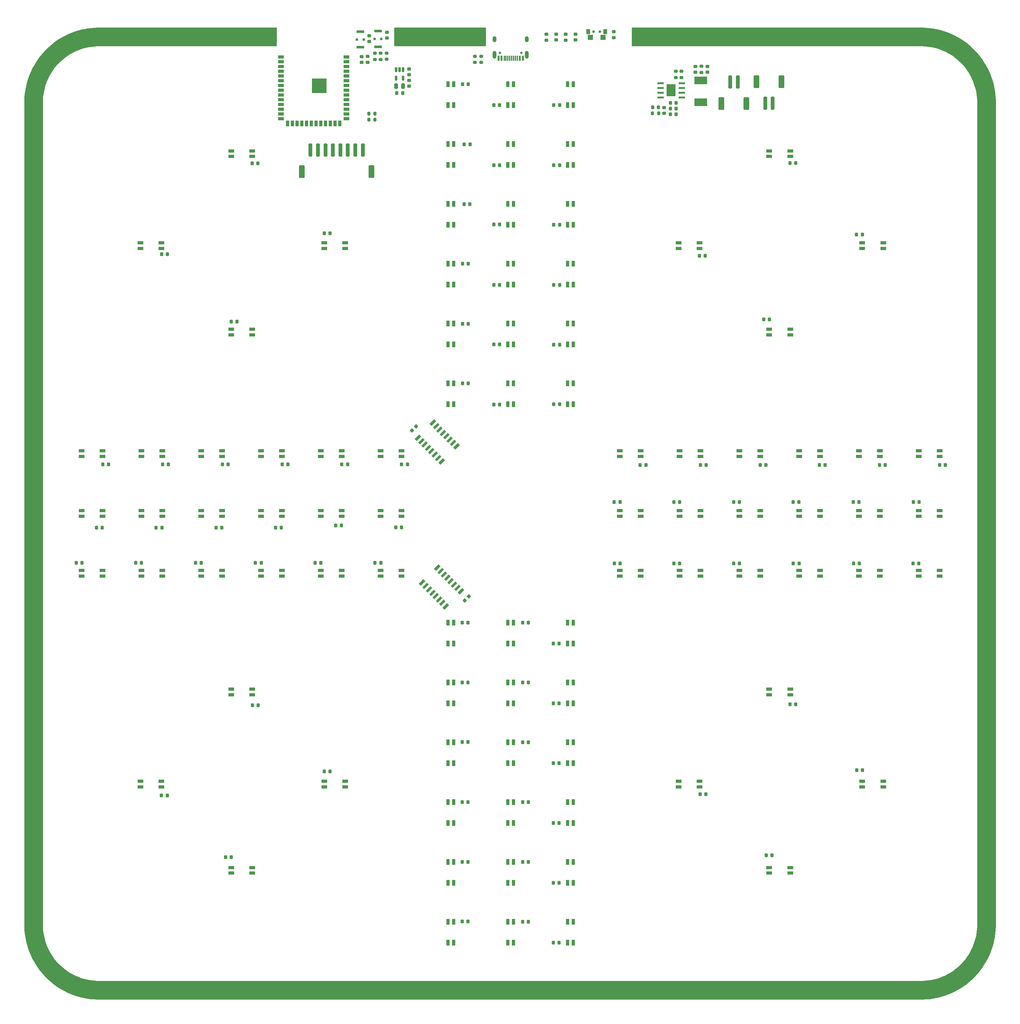
<source format=gbs>
G04 #@! TF.GenerationSoftware,KiCad,Pcbnew,8.0.1*
G04 #@! TF.CreationDate,2024-08-27T15:58:47+05:30*
G04 #@! TF.ProjectId,Ludo,4c75646f-2e6b-4696-9361-645f70636258,rev?*
G04 #@! TF.SameCoordinates,Original*
G04 #@! TF.FileFunction,Soldermask,Bot*
G04 #@! TF.FilePolarity,Negative*
%FSLAX46Y46*%
G04 Gerber Fmt 4.6, Leading zero omitted, Abs format (unit mm)*
G04 Created by KiCad (PCBNEW 8.0.1) date 2024-08-27 15:58:47*
%MOMM*%
%LPD*%
G01*
G04 APERTURE LIST*
G04 Aperture macros list*
%AMRoundRect*
0 Rectangle with rounded corners*
0 $1 Rounding radius*
0 $2 $3 $4 $5 $6 $7 $8 $9 X,Y pos of 4 corners*
0 Add a 4 corners polygon primitive as box body*
4,1,4,$2,$3,$4,$5,$6,$7,$8,$9,$2,$3,0*
0 Add four circle primitives for the rounded corners*
1,1,$1+$1,$2,$3*
1,1,$1+$1,$4,$5*
1,1,$1+$1,$6,$7*
1,1,$1+$1,$8,$9*
0 Add four rect primitives between the rounded corners*
20,1,$1+$1,$2,$3,$4,$5,0*
20,1,$1+$1,$4,$5,$6,$7,0*
20,1,$1+$1,$6,$7,$8,$9,0*
20,1,$1+$1,$8,$9,$2,$3,0*%
%AMRotRect*
0 Rectangle, with rotation*
0 The origin of the aperture is its center*
0 $1 length*
0 $2 width*
0 $3 Rotation angle, in degrees counterclockwise*
0 Add horizontal line*
21,1,$1,$2,0,0,$3*%
G04 Aperture macros list end*
%ADD10C,0.000000*%
%ADD11RoundRect,0.225000X-0.225000X-0.250000X0.225000X-0.250000X0.225000X0.250000X-0.225000X0.250000X0*%
%ADD12RoundRect,0.225000X0.225000X0.250000X-0.225000X0.250000X-0.225000X-0.250000X0.225000X-0.250000X0*%
%ADD13RoundRect,0.050800X0.410000X0.750000X-0.410000X0.750000X-0.410000X-0.750000X0.410000X-0.750000X0*%
%ADD14RoundRect,0.050800X0.750000X-0.410000X0.750000X0.410000X-0.750000X0.410000X-0.750000X-0.410000X0*%
%ADD15RoundRect,0.050800X-0.750000X0.410000X-0.750000X-0.410000X0.750000X-0.410000X0.750000X0.410000X0*%
%ADD16RoundRect,0.200000X-0.275000X0.200000X-0.275000X-0.200000X0.275000X-0.200000X0.275000X0.200000X0*%
%ADD17RoundRect,0.050800X-0.410000X-0.750000X0.410000X-0.750000X0.410000X0.750000X-0.410000X0.750000X0*%
%ADD18C,0.750000*%
%ADD19R,2.000000X0.800000*%
%ADD20R,3.400000X2.150000*%
%ADD21RoundRect,0.225000X0.250000X-0.225000X0.250000X0.225000X-0.250000X0.225000X-0.250000X-0.225000X0*%
%ADD22RoundRect,0.225000X0.017678X-0.335876X0.335876X-0.017678X-0.017678X0.335876X-0.335876X0.017678X0*%
%ADD23RoundRect,0.200000X-0.200000X-0.275000X0.200000X-0.275000X0.200000X0.275000X-0.200000X0.275000X0*%
%ADD24RoundRect,0.250000X-0.250000X-0.475000X0.250000X-0.475000X0.250000X0.475000X-0.250000X0.475000X0*%
%ADD25RotRect,0.800000X1.750000X315.000000*%
%ADD26RotRect,0.700000X1.750000X315.000000*%
%ADD27C,0.650000*%
%ADD28R,0.600000X1.450000*%
%ADD29R,0.300000X1.450000*%
%ADD30O,1.000000X1.600000*%
%ADD31O,1.000000X2.100000*%
%ADD32RoundRect,0.250000X0.250000X1.500000X-0.250000X1.500000X-0.250000X-1.500000X0.250000X-1.500000X0*%
%ADD33RoundRect,0.250001X0.499999X1.449999X-0.499999X1.449999X-0.499999X-1.449999X0.499999X-1.449999X0*%
%ADD34RoundRect,0.225000X-0.250000X0.225000X-0.250000X-0.225000X0.250000X-0.225000X0.250000X0.225000X0*%
%ADD35R,1.750000X0.600000*%
%ADD36R,2.410000X3.300000*%
%ADD37RoundRect,0.218750X-0.256250X0.218750X-0.256250X-0.218750X0.256250X-0.218750X0.256250X0.218750X0*%
%ADD38RoundRect,0.250000X-0.250000X-1.500000X0.250000X-1.500000X0.250000X1.500000X-0.250000X1.500000X0*%
%ADD39RoundRect,0.250001X-0.499999X-1.449999X0.499999X-1.449999X0.499999X1.449999X-0.499999X1.449999X0*%
%ADD40RoundRect,0.218750X0.256250X-0.218750X0.256250X0.218750X-0.256250X0.218750X-0.256250X-0.218750X0*%
%ADD41RotRect,0.800000X1.750000X135.000000*%
%ADD42RotRect,0.700000X1.750000X135.000000*%
%ADD43RoundRect,0.200000X0.275000X-0.200000X0.275000X0.200000X-0.275000X0.200000X-0.275000X-0.200000X0*%
%ADD44C,0.700000*%
%ADD45RoundRect,0.050800X-0.600000X-0.650000X0.600000X-0.650000X0.600000X0.650000X-0.600000X0.650000X0*%
%ADD46RoundRect,0.050800X0.450000X0.600000X-0.450000X0.600000X-0.450000X-0.600000X0.450000X-0.600000X0*%
%ADD47RoundRect,0.050800X-0.450000X-0.600000X0.450000X-0.600000X0.450000X0.600000X-0.450000X0.600000X0*%
%ADD48RoundRect,0.225000X-0.017678X0.335876X-0.335876X0.017678X0.017678X-0.335876X0.335876X-0.017678X0*%
%ADD49R,1.500000X0.900000*%
%ADD50R,0.900000X1.500000*%
%ADD51C,0.600000*%
%ADD52R,3.900000X3.900000*%
%ADD53RoundRect,0.150000X-0.150000X0.512500X-0.150000X-0.512500X0.150000X-0.512500X0.150000X0.512500X0*%
G04 APERTURE END LIST*
D10*
G36*
X265062380Y-18784220D02*
G01*
X265511199Y-18786701D01*
X266407932Y-18826974D01*
X267301956Y-18907437D01*
X268191469Y-19027930D01*
X269074681Y-19188209D01*
X269949812Y-19387952D01*
X270815101Y-19626757D01*
X271668805Y-19904142D01*
X272509204Y-20219549D01*
X273334607Y-20572343D01*
X274143350Y-20961813D01*
X274933805Y-21387175D01*
X275704381Y-21847573D01*
X276453525Y-22342078D01*
X277179729Y-22869696D01*
X277881530Y-23429364D01*
X278557515Y-24019954D01*
X279206322Y-24640278D01*
X279826646Y-25289085D01*
X280417236Y-25965070D01*
X280976904Y-26666871D01*
X281504522Y-27393075D01*
X281999027Y-28142219D01*
X282459425Y-28912795D01*
X282884787Y-29703250D01*
X283274257Y-30511993D01*
X283627051Y-31337396D01*
X283942458Y-32177795D01*
X284219843Y-33031499D01*
X284458648Y-33896788D01*
X284658391Y-34771919D01*
X284818670Y-35655131D01*
X284939163Y-36544644D01*
X285019626Y-37438668D01*
X285059899Y-38335401D01*
X285062380Y-38784220D01*
X285062380Y-258784220D01*
X285059899Y-259233039D01*
X285019626Y-260129772D01*
X284939163Y-261023796D01*
X284818670Y-261913309D01*
X284658391Y-262796521D01*
X284458648Y-263671652D01*
X284219843Y-264536941D01*
X283942458Y-265390645D01*
X283627051Y-266231044D01*
X283274257Y-267056447D01*
X282884787Y-267865190D01*
X282459425Y-268655645D01*
X281999027Y-269426221D01*
X281504522Y-270175365D01*
X280976904Y-270901569D01*
X280417236Y-271603370D01*
X279826646Y-272279355D01*
X279206322Y-272928162D01*
X278557515Y-273548486D01*
X277881530Y-274139076D01*
X277179729Y-274698744D01*
X276453525Y-275226362D01*
X275704381Y-275720867D01*
X274933805Y-276181265D01*
X274143350Y-276606627D01*
X273334607Y-276996097D01*
X272509204Y-277348891D01*
X271668805Y-277664298D01*
X270815101Y-277941683D01*
X269949812Y-278180488D01*
X269074681Y-278380231D01*
X268191469Y-278540510D01*
X267301956Y-278661003D01*
X266407932Y-278741466D01*
X265511199Y-278781739D01*
X265062380Y-278784220D01*
X45062380Y-278784220D01*
X44613562Y-278781703D01*
X43716830Y-278741430D01*
X42822808Y-278660967D01*
X41933297Y-278540474D01*
X41050086Y-278380195D01*
X40174957Y-278180453D01*
X39309669Y-277941648D01*
X38455967Y-277664264D01*
X37615569Y-277348857D01*
X36790168Y-276996064D01*
X35981427Y-276606594D01*
X35190973Y-276181233D01*
X34420399Y-275720836D01*
X33671256Y-275226332D01*
X32945053Y-274698715D01*
X32243254Y-274139048D01*
X31567270Y-273548459D01*
X30918464Y-272928136D01*
X30298141Y-272279330D01*
X29707552Y-271603346D01*
X29147885Y-270901547D01*
X28620268Y-270175344D01*
X28125764Y-269426201D01*
X27665367Y-268655627D01*
X27240006Y-267865173D01*
X26850536Y-267056432D01*
X26497743Y-266231031D01*
X26182336Y-265390633D01*
X25904952Y-264536931D01*
X25666147Y-263671643D01*
X25466405Y-262796514D01*
X25306126Y-261913303D01*
X25185633Y-261023792D01*
X25105170Y-260129770D01*
X25064897Y-259233038D01*
X25062380Y-258784220D01*
X25062380Y-38784220D01*
X25064897Y-38335402D01*
X25105170Y-37438670D01*
X25185633Y-36544648D01*
X25306126Y-35655137D01*
X25466405Y-34771926D01*
X25666147Y-33896797D01*
X25904952Y-33031509D01*
X26182336Y-32177807D01*
X26497743Y-31337409D01*
X26850536Y-30512008D01*
X27240006Y-29703267D01*
X27665367Y-28912813D01*
X28125764Y-28142239D01*
X28620268Y-27393096D01*
X29147885Y-26666893D01*
X29707552Y-25965094D01*
X30298141Y-25289110D01*
X30918464Y-24640304D01*
X31567270Y-24019981D01*
X32243254Y-23429392D01*
X32945053Y-22869725D01*
X33671256Y-22342108D01*
X34420399Y-21847604D01*
X35190973Y-21387207D01*
X35981427Y-20961846D01*
X36790168Y-20572376D01*
X37615569Y-20219583D01*
X38455967Y-19904176D01*
X39309669Y-19626792D01*
X40174957Y-19387987D01*
X41050086Y-19188245D01*
X41933297Y-19027966D01*
X42822808Y-18907473D01*
X43716830Y-18827010D01*
X44613562Y-18786737D01*
X45062380Y-18784220D01*
X92634000Y-18780420D01*
X92626380Y-23781680D01*
X45062380Y-23784220D01*
X44669658Y-23786790D01*
X43885292Y-23827897D01*
X43104152Y-23909998D01*
X42328379Y-24032868D01*
X41560099Y-24196171D01*
X40801420Y-24399459D01*
X40054419Y-24642174D01*
X39321145Y-24923652D01*
X38603607Y-25243120D01*
X37903772Y-25599704D01*
X37223558Y-25992425D01*
X36564830Y-26420208D01*
X35929393Y-26881880D01*
X35318990Y-27376176D01*
X34735292Y-27901739D01*
X34179899Y-28457132D01*
X33654336Y-29040830D01*
X33160040Y-29651233D01*
X32698368Y-30286670D01*
X32270585Y-30945398D01*
X31877864Y-31625612D01*
X31521280Y-32325447D01*
X31201812Y-33042985D01*
X30920334Y-33776259D01*
X30677619Y-34523260D01*
X30474331Y-35281939D01*
X30311028Y-36050219D01*
X30188158Y-36825992D01*
X30106057Y-37607132D01*
X30064950Y-38391498D01*
X30062380Y-38784220D01*
X30062380Y-258784220D01*
X30064950Y-259176942D01*
X30106057Y-259961308D01*
X30188158Y-260742448D01*
X30311028Y-261518221D01*
X30474331Y-262286501D01*
X30677619Y-263045180D01*
X30920334Y-263792181D01*
X31201812Y-264525455D01*
X31521280Y-265242993D01*
X31877864Y-265942828D01*
X32270585Y-266623042D01*
X32698368Y-267281770D01*
X33160040Y-267917207D01*
X33654336Y-268527610D01*
X34179899Y-269111308D01*
X34735292Y-269666701D01*
X35318990Y-270192264D01*
X35929393Y-270686560D01*
X36564830Y-271148232D01*
X37223558Y-271576015D01*
X37903772Y-271968736D01*
X38603607Y-272325320D01*
X39321145Y-272644788D01*
X40054419Y-272926266D01*
X40801420Y-273168981D01*
X41560099Y-273372269D01*
X42328379Y-273535572D01*
X43104152Y-273658442D01*
X43885292Y-273740543D01*
X44669658Y-273781650D01*
X45062380Y-273784220D01*
X265062380Y-273784220D01*
X265455102Y-273781650D01*
X266239468Y-273740543D01*
X267020609Y-273658442D01*
X267796381Y-273535571D01*
X268564661Y-273372269D01*
X269323340Y-273168981D01*
X270070341Y-272926266D01*
X270803615Y-272644788D01*
X271521153Y-272325319D01*
X272220988Y-271968736D01*
X272901202Y-271576014D01*
X273559930Y-271148231D01*
X274195367Y-270686559D01*
X274805771Y-270192264D01*
X275389468Y-269666700D01*
X275944861Y-269111308D01*
X276470425Y-268527610D01*
X276964720Y-267917206D01*
X277426392Y-267281769D01*
X277854175Y-266623041D01*
X278246896Y-265942827D01*
X278603480Y-265242992D01*
X278922948Y-264525455D01*
X279204426Y-263792180D01*
X279447141Y-263045179D01*
X279650429Y-262286500D01*
X279813732Y-261518220D01*
X279936602Y-260742448D01*
X280018703Y-259961307D01*
X280059810Y-259176941D01*
X280062380Y-258784219D01*
X280062380Y-38784220D01*
X280059854Y-38391497D01*
X280018747Y-37607128D01*
X279936645Y-36825986D01*
X279813774Y-36050211D01*
X279650471Y-35281929D01*
X279447183Y-34523247D01*
X279204467Y-33776244D01*
X278922989Y-33042968D01*
X278603519Y-32325428D01*
X278246935Y-31625591D01*
X277854212Y-30945375D01*
X277426428Y-30286645D01*
X276964755Y-29651207D01*
X276470458Y-29040801D01*
X275944892Y-28457101D01*
X275389499Y-27901708D01*
X274805799Y-27376142D01*
X274195393Y-26881845D01*
X273559955Y-26420172D01*
X272901225Y-25992388D01*
X272221009Y-25599665D01*
X271521172Y-25243081D01*
X270803632Y-24923611D01*
X270070356Y-24642133D01*
X269323353Y-24399417D01*
X268564671Y-24196129D01*
X267796389Y-24032826D01*
X267020614Y-23909955D01*
X266239472Y-23827853D01*
X265455103Y-23786746D01*
X265062380Y-23784220D01*
X187661000Y-23767000D01*
X187623000Y-18775000D01*
X265062380Y-18784220D01*
G37*
D11*
G04 #@! TO.C,C28*
X205765000Y-79825000D03*
X207315000Y-79825000D03*
G04 #@! TD*
D12*
G04 #@! TO.C,C83*
X45920000Y-152525000D03*
X44370000Y-152525000D03*
G04 #@! TD*
D13*
G04 #@! TO.C,RGB30*
X170479900Y-87555100D03*
X171980100Y-87555100D03*
X171980100Y-81954900D03*
X170480700Y-81953380D03*
X170479900Y-81954900D03*
G04 #@! TD*
D14*
G04 #@! TO.C,RGB54*
X184429900Y-164004900D03*
X184429900Y-165505100D03*
X190030100Y-165505100D03*
X190031620Y-164005700D03*
X190030100Y-164004900D03*
G04 #@! TD*
D15*
G04 #@! TO.C,RGB8*
X94030100Y-133505100D03*
X94030100Y-132004900D03*
X88429900Y-132004900D03*
X88428380Y-133504300D03*
X88429900Y-133505100D03*
G04 #@! TD*
D16*
G04 #@! TO.C,R2*
X145670000Y-26440000D03*
X145670000Y-28090000D03*
G04 #@! TD*
G04 #@! TO.C,R4*
X118887840Y-25662360D03*
X118887840Y-27312360D03*
G04 #@! TD*
D12*
G04 #@! TO.C,C32*
X168295000Y-119545000D03*
X166745000Y-119545000D03*
G04 #@! TD*
D17*
G04 #@! TO.C,RGB13*
X139980100Y-81954900D03*
X138479900Y-81954900D03*
X138479900Y-87555100D03*
X139979300Y-87556620D03*
X139980100Y-87555100D03*
G04 #@! TD*
D13*
G04 #@! TO.C,RGB56*
X170479900Y-199555100D03*
X171980100Y-199555100D03*
X171980100Y-193954900D03*
X170480700Y-193953380D03*
X170479900Y-193954900D03*
G04 #@! TD*
D11*
G04 #@! TO.C,C1*
X61815000Y-79415000D03*
X63365000Y-79415000D03*
G04 #@! TD*
G04 #@! TO.C,C74*
X142255000Y-209895000D03*
X143805000Y-209895000D03*
G04 #@! TD*
D18*
G04 #@! TO.C,SW2*
X120607840Y-21817360D03*
X118807840Y-21817360D03*
D19*
X119707840Y-19717360D03*
X119707840Y-23917360D03*
G04 #@! TD*
D20*
G04 #@! TO.C,L1*
X206067000Y-38792000D03*
X206067000Y-32942000D03*
G04 #@! TD*
D17*
G04 #@! TO.C,RGB62*
X155980100Y-241954900D03*
X154479900Y-241954900D03*
X154479900Y-247555100D03*
X155979300Y-247556620D03*
X155980100Y-247555100D03*
G04 #@! TD*
G04 #@! TO.C,RGB67*
X139980100Y-257954900D03*
X138479900Y-257954900D03*
X138479900Y-263555100D03*
X139979300Y-263556620D03*
X139980100Y-263555100D03*
G04 #@! TD*
D15*
G04 #@! TO.C,RGB71*
X86030100Y-197255100D03*
X86030100Y-195754900D03*
X80429900Y-195754900D03*
X80428380Y-197254300D03*
X80429900Y-197255100D03*
G04 #@! TD*
D13*
G04 #@! TO.C,RGB32*
X170479900Y-119555100D03*
X171980100Y-119555100D03*
X171980100Y-113954900D03*
X170480700Y-113953380D03*
X170479900Y-113954900D03*
G04 #@! TD*
D11*
G04 #@! TO.C,C7*
X78047000Y-135585000D03*
X79597000Y-135585000D03*
G04 #@! TD*
D21*
G04 #@! TO.C,C94*
X116937840Y-28062360D03*
X116937840Y-26512360D03*
G04 #@! TD*
D13*
G04 #@! TO.C,RGB55*
X170479900Y-183555100D03*
X171980100Y-183555100D03*
X171980100Y-177954900D03*
X170480700Y-177953380D03*
X170479900Y-177954900D03*
G04 #@! TD*
D11*
G04 #@! TO.C,C76*
X142255000Y-177915000D03*
X143805000Y-177915000D03*
G04 #@! TD*
D22*
G04 #@! TO.C,C96*
X128801992Y-126593008D03*
X129898008Y-125496992D03*
G04 #@! TD*
D11*
G04 #@! TO.C,C13*
X142335000Y-81945000D03*
X143885000Y-81945000D03*
G04 #@! TD*
D13*
G04 #@! TO.C,RGB57*
X170479900Y-215555100D03*
X171980100Y-215555100D03*
X171980100Y-209954900D03*
X170480700Y-209953380D03*
X170479900Y-209954900D03*
G04 #@! TD*
D23*
G04 #@! TO.C,R5*
X117243020Y-41818140D03*
X118893020Y-41818140D03*
G04 #@! TD*
D24*
G04 #@! TO.C,C91*
X124558020Y-34463140D03*
X126458020Y-34463140D03*
G04 #@! TD*
D21*
G04 #@! TO.C,C93*
X115337840Y-28082360D03*
X115337840Y-26532360D03*
G04 #@! TD*
D25*
G04 #@! TO.C,IC1*
X134369132Y-124468978D03*
D26*
X135302513Y-125402359D03*
X136200538Y-126300385D03*
X137098564Y-127198411D03*
X137996589Y-128096436D03*
X138894615Y-128994462D03*
X139792641Y-129892487D03*
D25*
X140726022Y-130825868D03*
X136730868Y-134821022D03*
D26*
X135797487Y-133887641D03*
X134899462Y-132989615D03*
X134001436Y-132091589D03*
X133103411Y-131193564D03*
X132205385Y-130295538D03*
X131307359Y-129397513D03*
D25*
X130373978Y-128464132D03*
G04 #@! TD*
D11*
G04 #@! TO.C,C71*
X86110000Y-200025000D03*
X87660000Y-200025000D03*
G04 #@! TD*
D27*
G04 #@! TO.C,J2*
X152340000Y-25547360D03*
X158120000Y-25547360D03*
D28*
X151980000Y-26992360D03*
X152780000Y-26992360D03*
D29*
X153980000Y-26992360D03*
X154980000Y-26992360D03*
X155480000Y-26992360D03*
X156480000Y-26992360D03*
D28*
X157680000Y-26992360D03*
X158480000Y-26992360D03*
X158480000Y-26992360D03*
X157680000Y-26992360D03*
D29*
X156980000Y-26992360D03*
X155980000Y-26992360D03*
X154480000Y-26992360D03*
X153480000Y-26992360D03*
D28*
X152780000Y-26992360D03*
X151980000Y-26992360D03*
D30*
X150910000Y-21897360D03*
D31*
X150910000Y-26077360D03*
D30*
X159550000Y-21897360D03*
D31*
X159550000Y-26077360D03*
G04 #@! TD*
D12*
G04 #@! TO.C,C52*
X216425000Y-162095000D03*
X214875000Y-162095000D03*
G04 #@! TD*
D11*
G04 #@! TO.C,C9*
X110039000Y-135585000D03*
X111589000Y-135585000D03*
G04 #@! TD*
D13*
G04 #@! TO.C,RGB17*
X154479900Y-39555100D03*
X155980100Y-39555100D03*
X155980100Y-33954900D03*
X154480700Y-33953380D03*
X154479900Y-33954900D03*
G04 #@! TD*
D32*
G04 #@! TO.C,J4*
X215967000Y-33331000D03*
X213967000Y-33331000D03*
D33*
X218317000Y-39081000D03*
X211617000Y-39081000D03*
G04 #@! TD*
D14*
G04 #@! TO.C,RGB39*
X264429900Y-148004900D03*
X264429900Y-149505100D03*
X270030100Y-149505100D03*
X270031620Y-148005700D03*
X270030100Y-148004900D03*
G04 #@! TD*
D11*
G04 #@! TO.C,C63*
X158395000Y-225935000D03*
X159945000Y-225935000D03*
G04 #@! TD*
G04 #@! TO.C,C64*
X158395000Y-209955000D03*
X159945000Y-209955000D03*
G04 #@! TD*
D14*
G04 #@! TO.C,RGB82*
X40429900Y-164004900D03*
X40429900Y-165505100D03*
X46030100Y-165505100D03*
X46031620Y-164005700D03*
X46030100Y-164004900D03*
G04 #@! TD*
D34*
G04 #@! TO.C,C90*
X128048020Y-32898140D03*
X128048020Y-34448140D03*
G04 #@! TD*
D35*
G04 #@! TO.C,U1*
X195381000Y-37464000D03*
X195381000Y-36194000D03*
X195381000Y-34924000D03*
X195381000Y-33654000D03*
X200981000Y-33654000D03*
X200981000Y-34924000D03*
X200981000Y-36194000D03*
X200981000Y-37464000D03*
D36*
X198181000Y-35559000D03*
G04 #@! TD*
D12*
G04 #@! TO.C,C44*
X184475000Y-145685000D03*
X182925000Y-145685000D03*
G04 #@! TD*
G04 #@! TO.C,C27*
X224505000Y-96815000D03*
X222955000Y-96815000D03*
G04 #@! TD*
D15*
G04 #@! TO.C,RGB10*
X126030100Y-133505100D03*
X126030100Y-132004900D03*
X120429900Y-132004900D03*
X120428380Y-133504300D03*
X120429900Y-133505100D03*
G04 #@! TD*
D11*
G04 #@! TO.C,C11*
X142335000Y-113955000D03*
X143885000Y-113955000D03*
G04 #@! TD*
D12*
G04 #@! TO.C,C55*
X168195000Y-183535000D03*
X166645000Y-183535000D03*
G04 #@! TD*
G04 #@! TO.C,C21*
X152265000Y-103555000D03*
X150715000Y-103555000D03*
G04 #@! TD*
D11*
G04 #@! TO.C,C73*
X142255000Y-225955000D03*
X143805000Y-225955000D03*
G04 #@! TD*
D15*
G04 #@! TO.C,RGB70*
X61780100Y-221855100D03*
X61780100Y-220354900D03*
X56179900Y-220354900D03*
X56178380Y-221854300D03*
X56179900Y-221855100D03*
G04 #@! TD*
G04 #@! TO.C,RGB2*
X86030100Y-53255100D03*
X86030100Y-51754900D03*
X80429900Y-51754900D03*
X80428380Y-53254300D03*
X80429900Y-53255100D03*
G04 #@! TD*
D12*
G04 #@! TO.C,C40*
X248460000Y-145685000D03*
X246910000Y-145685000D03*
G04 #@! TD*
D13*
G04 #@! TO.C,RGB23*
X170479900Y-39555100D03*
X171980100Y-39555100D03*
X171980100Y-33954900D03*
X170480700Y-33953380D03*
X170479900Y-33954900D03*
G04 #@! TD*
D37*
G04 #@! TO.C,D1*
X164795000Y-20580500D03*
X164795000Y-22155500D03*
G04 #@! TD*
D15*
G04 #@! TO.C,RGB86*
X94030100Y-149505100D03*
X94030100Y-148004900D03*
X88429900Y-148004900D03*
X88428380Y-149504300D03*
X88429900Y-149505100D03*
G04 #@! TD*
D14*
G04 #@! TO.C,RGB27*
X224419900Y-99454900D03*
X224419900Y-100955100D03*
X230020100Y-100955100D03*
X230021620Y-99455700D03*
X230020100Y-99454900D03*
G04 #@! TD*
D17*
G04 #@! TO.C,RGB74*
X139980100Y-209954900D03*
X138479900Y-209954900D03*
X138479900Y-215555100D03*
X139979300Y-215556620D03*
X139980100Y-215555100D03*
G04 #@! TD*
D14*
G04 #@! TO.C,RGB26*
X249319900Y-76354900D03*
X249319900Y-77855100D03*
X254920100Y-77855100D03*
X254921620Y-76355700D03*
X254920100Y-76354900D03*
G04 #@! TD*
D15*
G04 #@! TO.C,RGB9*
X110030100Y-133505100D03*
X110030100Y-132004900D03*
X104429900Y-132004900D03*
X104428380Y-133504300D03*
X104429900Y-133505100D03*
G04 #@! TD*
D12*
G04 #@! TO.C,C87*
X109945000Y-151945000D03*
X108395000Y-151945000D03*
G04 #@! TD*
D11*
G04 #@! TO.C,C33*
X189880000Y-135775000D03*
X191430000Y-135775000D03*
G04 #@! TD*
D12*
G04 #@! TO.C,C18*
X152265000Y-55565000D03*
X150715000Y-55565000D03*
G04 #@! TD*
G04 #@! TO.C,C46*
X248555000Y-162095000D03*
X247005000Y-162095000D03*
G04 #@! TD*
D11*
G04 #@! TO.C,C50*
X229955000Y-199805000D03*
X231505000Y-199805000D03*
G04 #@! TD*
D12*
G04 #@! TO.C,C104*
X199504000Y-38915000D03*
X197954000Y-38915000D03*
G04 #@! TD*
D14*
G04 #@! TO.C,RGB41*
X232429900Y-148004900D03*
X232429900Y-149505100D03*
X238030100Y-149505100D03*
X238031620Y-148005700D03*
X238030100Y-148004900D03*
G04 #@! TD*
D12*
G04 #@! TO.C,C19*
X152265000Y-71445000D03*
X150715000Y-71445000D03*
G04 #@! TD*
G04 #@! TO.C,C29*
X168295000Y-71555000D03*
X166745000Y-71555000D03*
G04 #@! TD*
G04 #@! TO.C,C22*
X152265000Y-119585000D03*
X150715000Y-119585000D03*
G04 #@! TD*
D15*
G04 #@! TO.C,RGB28*
X205770100Y-77855100D03*
X205770100Y-76354900D03*
X200169900Y-76354900D03*
X200168380Y-77854300D03*
X200169900Y-77855100D03*
G04 #@! TD*
D37*
G04 #@! TO.C,LED2*
X122147840Y-20029860D03*
X122147840Y-21604860D03*
G04 #@! TD*
D12*
G04 #@! TO.C,C53*
X200465000Y-162095000D03*
X198915000Y-162095000D03*
G04 #@! TD*
D15*
G04 #@! TO.C,RGB37*
X254030100Y-133505100D03*
X254030100Y-132004900D03*
X248429900Y-132004900D03*
X248428380Y-133504300D03*
X248429900Y-133505100D03*
G04 #@! TD*
D17*
G04 #@! TO.C,RGB15*
X139980100Y-49954900D03*
X138479900Y-49954900D03*
X138479900Y-55555100D03*
X139979300Y-55556620D03*
X139980100Y-55555100D03*
G04 #@! TD*
D37*
G04 #@! TO.C,D3*
X169975000Y-20580500D03*
X169975000Y-22155500D03*
G04 #@! TD*
D13*
G04 #@! TO.C,RGB24*
X170479900Y-55555100D03*
X171980100Y-55555100D03*
X171980100Y-49954900D03*
X170480700Y-49953380D03*
X170479900Y-49954900D03*
G04 #@! TD*
D12*
G04 #@! TO.C,C30*
X168295000Y-87585000D03*
X166745000Y-87585000D03*
G04 #@! TD*
D15*
G04 #@! TO.C,RGB1*
X61780100Y-77855100D03*
X61780100Y-76354900D03*
X56179900Y-76354900D03*
X56178380Y-77854300D03*
X56179900Y-77855100D03*
G04 #@! TD*
D13*
G04 #@! TO.C,RGB31*
X170479900Y-103555100D03*
X171980100Y-103555100D03*
X171980100Y-97954900D03*
X170480700Y-97953380D03*
X170479900Y-97954900D03*
G04 #@! TD*
D12*
G04 #@! TO.C,C17*
X152265000Y-39535000D03*
X150715000Y-39535000D03*
G04 #@! TD*
D11*
G04 #@! TO.C,C8*
X94043000Y-135585000D03*
X95593000Y-135585000D03*
G04 #@! TD*
D14*
G04 #@! TO.C,RGB77*
X120429900Y-164004900D03*
X120429900Y-165505100D03*
X126030100Y-165505100D03*
X126031620Y-164005700D03*
X126030100Y-164004900D03*
G04 #@! TD*
D11*
G04 #@! TO.C,C92*
X124773020Y-36283140D03*
X126323020Y-36283140D03*
G04 #@! TD*
D12*
G04 #@! TO.C,C59*
X168195000Y-247585000D03*
X166645000Y-247585000D03*
G04 #@! TD*
D38*
G04 #@! TO.C,J1*
X223341000Y-39008000D03*
X225341000Y-39008000D03*
D39*
X220991000Y-33258000D03*
X227691000Y-33258000D03*
G04 #@! TD*
D11*
G04 #@! TO.C,C38*
X270015000Y-135775000D03*
X271565000Y-135775000D03*
G04 #@! TD*
D23*
G04 #@! TO.C,R6*
X117263020Y-43398140D03*
X118913020Y-43398140D03*
G04 #@! TD*
D15*
G04 #@! TO.C,RGB33*
X190030100Y-133505100D03*
X190030100Y-132004900D03*
X184429900Y-132004900D03*
X184428380Y-133504300D03*
X184429900Y-133505100D03*
G04 #@! TD*
G04 #@! TO.C,RGB83*
X46030100Y-149505100D03*
X46030100Y-148004900D03*
X40429900Y-148004900D03*
X40428380Y-149504300D03*
X40429900Y-149505100D03*
G04 #@! TD*
D14*
G04 #@! TO.C,RGB48*
X224419900Y-243454900D03*
X224419900Y-244955100D03*
X230020100Y-244955100D03*
X230021620Y-243455700D03*
X230020100Y-243454900D03*
G04 #@! TD*
D23*
G04 #@! TO.C,R8*
X193169000Y-41723000D03*
X194819000Y-41723000D03*
G04 #@! TD*
D40*
G04 #@! TO.C,D4*
X172565000Y-22115500D03*
X172565000Y-20540500D03*
G04 #@! TD*
D15*
G04 #@! TO.C,RGB87*
X110030100Y-149505100D03*
X110030100Y-148004900D03*
X104429900Y-148004900D03*
X104428380Y-149504300D03*
X104429900Y-149505100D03*
G04 #@! TD*
D11*
G04 #@! TO.C,C49*
X205905000Y-223815000D03*
X207455000Y-223815000D03*
G04 #@! TD*
D14*
G04 #@! TO.C,RGB69*
X80429900Y-243454900D03*
X80429900Y-244955100D03*
X86030100Y-244955100D03*
X86031620Y-243455700D03*
X86030100Y-243454900D03*
G04 #@! TD*
D21*
G04 #@! TO.C,C100*
X204663000Y-30749000D03*
X204663000Y-29199000D03*
G04 #@! TD*
D17*
G04 #@! TO.C,RGB63*
X155980100Y-225954900D03*
X154479900Y-225954900D03*
X154479900Y-231555100D03*
X155979300Y-231556620D03*
X155980100Y-231555100D03*
G04 #@! TD*
D32*
G04 #@! TO.C,J3*
X115650000Y-51550000D03*
X113650000Y-51550000D03*
X111650000Y-51550000D03*
X109650000Y-51550000D03*
X107650000Y-51550000D03*
X105650000Y-51550000D03*
X103650000Y-51550000D03*
X101650000Y-51550000D03*
D33*
X118000000Y-57300000D03*
X99300000Y-57300000D03*
G04 #@! TD*
D18*
G04 #@! TO.C,SW1*
X115907840Y-21957360D03*
X114107840Y-21957360D03*
D19*
X115007840Y-19857360D03*
X115007840Y-24057360D03*
G04 #@! TD*
D11*
G04 #@! TO.C,C15*
X142795000Y-50015000D03*
X144345000Y-50015000D03*
G04 #@! TD*
D12*
G04 #@! TO.C,C43*
X200425000Y-145685000D03*
X198875000Y-145685000D03*
G04 #@! TD*
D17*
G04 #@! TO.C,RGB16*
X139980100Y-33954900D03*
X138479900Y-33954900D03*
X138479900Y-39555100D03*
X139979300Y-39556620D03*
X139980100Y-39555100D03*
G04 #@! TD*
D15*
G04 #@! TO.C,RGB5*
X46030100Y-133505100D03*
X46030100Y-132004900D03*
X40429900Y-132004900D03*
X40428380Y-133504300D03*
X40429900Y-133505100D03*
G04 #@! TD*
D11*
G04 #@! TO.C,C4*
X80435000Y-97445000D03*
X81985000Y-97445000D03*
G04 #@! TD*
D12*
G04 #@! TO.C,C69*
X80445000Y-240645000D03*
X78895000Y-240645000D03*
G04 #@! TD*
D15*
G04 #@! TO.C,RGB7*
X78030100Y-133505100D03*
X78030100Y-132004900D03*
X72429900Y-132004900D03*
X72428380Y-133504300D03*
X72429900Y-133505100D03*
G04 #@! TD*
D37*
G04 #@! TO.C,D5*
X182794000Y-19905500D03*
X182794000Y-21480500D03*
G04 #@! TD*
D12*
G04 #@! TO.C,C79*
X88460000Y-161925000D03*
X86910000Y-161925000D03*
G04 #@! TD*
D14*
G04 #@! TO.C,RGB72*
X105329900Y-220354900D03*
X105329900Y-221855100D03*
X110930100Y-221855100D03*
X110931620Y-220355700D03*
X110930100Y-220354900D03*
G04 #@! TD*
D12*
G04 #@! TO.C,C48*
X225185000Y-240205000D03*
X223635000Y-240205000D03*
G04 #@! TD*
D41*
G04 #@! TO.C,IC2*
X137893381Y-173588381D03*
D42*
X136960000Y-172655000D03*
X136061975Y-171756974D03*
X135163949Y-170858948D03*
X134265924Y-169960923D03*
X133367898Y-169062897D03*
X132469872Y-168164872D03*
D41*
X131536491Y-167231491D03*
X135531645Y-163236337D03*
D42*
X136465026Y-164169718D03*
X137363051Y-165067744D03*
X138261077Y-165965770D03*
X139159102Y-166863795D03*
X140057128Y-167761821D03*
X140955154Y-168659846D03*
D41*
X141888535Y-169593227D03*
G04 #@! TD*
D11*
G04 #@! TO.C,C10*
X126035000Y-135585000D03*
X127585000Y-135585000D03*
G04 #@! TD*
D13*
G04 #@! TO.C,RGB29*
X170479900Y-71555100D03*
X171980100Y-71555100D03*
X171980100Y-65954900D03*
X170480700Y-65953380D03*
X170479900Y-65954900D03*
G04 #@! TD*
D11*
G04 #@! TO.C,C12*
X142335000Y-98005000D03*
X143885000Y-98005000D03*
G04 #@! TD*
D13*
G04 #@! TO.C,RGB21*
X154479900Y-103555100D03*
X155980100Y-103555100D03*
X155980100Y-97954900D03*
X154480700Y-97953380D03*
X154479900Y-97954900D03*
G04 #@! TD*
G04 #@! TO.C,RGB22*
X154479900Y-119555100D03*
X155980100Y-119555100D03*
X155980100Y-113954900D03*
X154480700Y-113953380D03*
X154479900Y-113954900D03*
G04 #@! TD*
D11*
G04 #@! TO.C,C68*
X142255000Y-241915000D03*
X143805000Y-241915000D03*
G04 #@! TD*
D14*
G04 #@! TO.C,RGB51*
X232429900Y-164004900D03*
X232429900Y-165505100D03*
X238030100Y-165505100D03*
X238031620Y-164005700D03*
X238030100Y-164004900D03*
G04 #@! TD*
D12*
G04 #@! TO.C,C39*
X264505000Y-145685000D03*
X262955000Y-145685000D03*
G04 #@! TD*
G04 #@! TO.C,C80*
X72435000Y-161925000D03*
X70885000Y-161925000D03*
G04 #@! TD*
G04 #@! TO.C,C24*
X168295000Y-55585000D03*
X166745000Y-55585000D03*
G04 #@! TD*
D11*
G04 #@! TO.C,C66*
X158395000Y-177985000D03*
X159945000Y-177985000D03*
G04 #@! TD*
D14*
G04 #@! TO.C,RGB47*
X249319900Y-220354900D03*
X249319900Y-221855100D03*
X254920100Y-221855100D03*
X254921620Y-220355700D03*
X254920100Y-220354900D03*
G04 #@! TD*
G04 #@! TO.C,RGB45*
X264429900Y-164004900D03*
X264429900Y-165505100D03*
X270030100Y-165505100D03*
X270031620Y-164005700D03*
X270030100Y-164004900D03*
G04 #@! TD*
D11*
G04 #@! TO.C,C34*
X206000000Y-135775000D03*
X207550000Y-135775000D03*
G04 #@! TD*
D14*
G04 #@! TO.C,RGB42*
X216429900Y-148004900D03*
X216429900Y-149505100D03*
X222030100Y-149505100D03*
X222031620Y-148005700D03*
X222030100Y-148004900D03*
G04 #@! TD*
D11*
G04 #@! TO.C,C75*
X142255000Y-193945000D03*
X143805000Y-193945000D03*
G04 #@! TD*
G04 #@! TO.C,C36*
X237850000Y-135775000D03*
X239400000Y-135775000D03*
G04 #@! TD*
D14*
G04 #@! TO.C,RGB78*
X104429900Y-164004900D03*
X104429900Y-165505100D03*
X110030100Y-165505100D03*
X110031620Y-164005700D03*
X110030100Y-164004900D03*
G04 #@! TD*
D11*
G04 #@! TO.C,C16*
X142335000Y-33965000D03*
X143885000Y-33965000D03*
G04 #@! TD*
D43*
G04 #@! TO.C,R10*
X199435000Y-32127000D03*
X199435000Y-30477000D03*
G04 #@! TD*
D11*
G04 #@! TO.C,C2*
X86025000Y-55115000D03*
X87575000Y-55115000D03*
G04 #@! TD*
D14*
G04 #@! TO.C,RGB43*
X200429900Y-148004900D03*
X200429900Y-149505100D03*
X206030100Y-149505100D03*
X206031620Y-148005700D03*
X206030100Y-148004900D03*
G04 #@! TD*
D12*
G04 #@! TO.C,C41*
X232375000Y-145685000D03*
X230825000Y-145685000D03*
G04 #@! TD*
D11*
G04 #@! TO.C,C61*
X158395000Y-257995000D03*
X159945000Y-257995000D03*
G04 #@! TD*
D15*
G04 #@! TO.C,RGB6*
X62030100Y-133505100D03*
X62030100Y-132004900D03*
X56429900Y-132004900D03*
X56428380Y-133504300D03*
X56429900Y-133505100D03*
G04 #@! TD*
D43*
G04 #@! TO.C,R9*
X200975000Y-32123000D03*
X200975000Y-30473000D03*
G04 #@! TD*
D12*
G04 #@! TO.C,C60*
X168195000Y-263545000D03*
X166645000Y-263545000D03*
G04 #@! TD*
D11*
G04 #@! TO.C,C72*
X105355000Y-217715000D03*
X106905000Y-217715000D03*
G04 #@! TD*
D12*
G04 #@! TO.C,C42*
X216450000Y-145685000D03*
X214900000Y-145685000D03*
G04 #@! TD*
G04 #@! TO.C,C51*
X232410000Y-162095000D03*
X230860000Y-162095000D03*
G04 #@! TD*
D13*
G04 #@! TO.C,RGB58*
X170479900Y-231555100D03*
X171980100Y-231555100D03*
X171980100Y-225954900D03*
X170480700Y-225953380D03*
X170479900Y-225954900D03*
G04 #@! TD*
D12*
G04 #@! TO.C,C31*
X168295000Y-103605000D03*
X166745000Y-103605000D03*
G04 #@! TD*
D17*
G04 #@! TO.C,RGB14*
X139980100Y-65954900D03*
X138479900Y-65954900D03*
X138479900Y-71555100D03*
X139979300Y-71556620D03*
X139980100Y-71555100D03*
G04 #@! TD*
G04 #@! TO.C,RGB65*
X155980100Y-193954900D03*
X154479900Y-193954900D03*
X154479900Y-199555100D03*
X155979300Y-199556620D03*
X155980100Y-199555100D03*
G04 #@! TD*
D14*
G04 #@! TO.C,RGB4*
X80429900Y-99454900D03*
X80429900Y-100955100D03*
X86030100Y-100955100D03*
X86031620Y-99455700D03*
X86030100Y-99454900D03*
G04 #@! TD*
D11*
G04 #@! TO.C,C14*
X142775000Y-66035000D03*
X144325000Y-66035000D03*
G04 #@! TD*
G04 #@! TO.C,C25*
X229965000Y-55025000D03*
X231515000Y-55025000D03*
G04 #@! TD*
D44*
G04 #@! TO.C,SW3*
X179115900Y-19889000D03*
X177415900Y-19889000D03*
D45*
X179940900Y-21439000D03*
X176590900Y-21439000D03*
D46*
X180566000Y-19889000D03*
D47*
X175966000Y-19889000D03*
G04 #@! TD*
D11*
G04 #@! TO.C,C6*
X62051000Y-135585000D03*
X63601000Y-135585000D03*
G04 #@! TD*
D12*
G04 #@! TO.C,C84*
X61875000Y-152525000D03*
X60325000Y-152525000D03*
G04 #@! TD*
G04 #@! TO.C,C58*
X168195000Y-231555000D03*
X166645000Y-231555000D03*
G04 #@! TD*
D13*
G04 #@! TO.C,RGB19*
X154479900Y-71555100D03*
X155980100Y-71555100D03*
X155980100Y-65954900D03*
X154480700Y-65953380D03*
X154479900Y-65954900D03*
G04 #@! TD*
D11*
G04 #@! TO.C,C62*
X158395000Y-241985000D03*
X159945000Y-241985000D03*
G04 #@! TD*
D17*
G04 #@! TO.C,RGB75*
X139980100Y-193954900D03*
X138479900Y-193954900D03*
X138479900Y-199555100D03*
X139979300Y-199556620D03*
X139980100Y-199555100D03*
G04 #@! TD*
D16*
G04 #@! TO.C,R3*
X120437840Y-25662360D03*
X120437840Y-27312360D03*
G04 #@! TD*
D11*
G04 #@! TO.C,C99*
X193213000Y-40150000D03*
X194763000Y-40150000D03*
G04 #@! TD*
D13*
G04 #@! TO.C,RGB59*
X170479900Y-247555100D03*
X171980100Y-247555100D03*
X171980100Y-241954900D03*
X170480700Y-241953380D03*
X170479900Y-241954900D03*
G04 #@! TD*
D12*
G04 #@! TO.C,C102*
X199509000Y-40456000D03*
X197959000Y-40456000D03*
G04 #@! TD*
G04 #@! TO.C,C103*
X199511000Y-41970000D03*
X197961000Y-41970000D03*
G04 #@! TD*
D15*
G04 #@! TO.C,RGB50*
X230020100Y-197255100D03*
X230020100Y-195754900D03*
X224419900Y-195754900D03*
X224418380Y-197254300D03*
X224419900Y-197255100D03*
G04 #@! TD*
D14*
G04 #@! TO.C,RGB46*
X248429900Y-164004900D03*
X248429900Y-165505100D03*
X254030100Y-165505100D03*
X254031620Y-164005700D03*
X254030100Y-164004900D03*
G04 #@! TD*
D11*
G04 #@! TO.C,C35*
X222000000Y-135775000D03*
X223550000Y-135775000D03*
G04 #@! TD*
D14*
G04 #@! TO.C,RGB3*
X105329900Y-76354900D03*
X105329900Y-77855100D03*
X110930100Y-77855100D03*
X110931620Y-76355700D03*
X110930100Y-76354900D03*
G04 #@! TD*
D11*
G04 #@! TO.C,C5*
X46055000Y-135585000D03*
X47605000Y-135585000D03*
G04 #@! TD*
D17*
G04 #@! TO.C,RGB11*
X139980100Y-113954900D03*
X138479900Y-113954900D03*
X138479900Y-119555100D03*
X139979300Y-119556620D03*
X139980100Y-119555100D03*
G04 #@! TD*
D15*
G04 #@! TO.C,RGB84*
X62030100Y-149505100D03*
X62030100Y-148004900D03*
X56429900Y-148004900D03*
X56428380Y-149504300D03*
X56429900Y-149505100D03*
G04 #@! TD*
D12*
G04 #@! TO.C,C54*
X184515000Y-162095000D03*
X182965000Y-162095000D03*
G04 #@! TD*
G04 #@! TO.C,C47*
X249385000Y-217445000D03*
X247835000Y-217445000D03*
G04 #@! TD*
D11*
G04 #@! TO.C,C65*
X158395000Y-193955000D03*
X159945000Y-193955000D03*
G04 #@! TD*
D14*
G04 #@! TO.C,RGB44*
X184429900Y-148004900D03*
X184429900Y-149505100D03*
X190030100Y-149505100D03*
X190031620Y-148005700D03*
X190030100Y-148004900D03*
G04 #@! TD*
D34*
G04 #@! TO.C,C89*
X128058020Y-29873140D03*
X128058020Y-31423140D03*
G04 #@! TD*
D15*
G04 #@! TO.C,RGB35*
X222030100Y-133505100D03*
X222030100Y-132004900D03*
X216429900Y-132004900D03*
X216428380Y-133504300D03*
X216429900Y-133505100D03*
G04 #@! TD*
D12*
G04 #@! TO.C,C20*
X152265000Y-87585000D03*
X150715000Y-87585000D03*
G04 #@! TD*
D15*
G04 #@! TO.C,RGB85*
X78030100Y-149505100D03*
X78030100Y-148004900D03*
X72429900Y-148004900D03*
X72428380Y-149504300D03*
X72429900Y-149505100D03*
G04 #@! TD*
D17*
G04 #@! TO.C,RGB68*
X139980100Y-241954900D03*
X138479900Y-241954900D03*
X138479900Y-247555100D03*
X139979300Y-247556620D03*
X139980100Y-247555100D03*
G04 #@! TD*
G04 #@! TO.C,RGB64*
X155980100Y-209954900D03*
X154479900Y-209954900D03*
X154479900Y-215555100D03*
X155979300Y-215556620D03*
X155980100Y-215555100D03*
G04 #@! TD*
G04 #@! TO.C,RGB12*
X139980100Y-97954900D03*
X138479900Y-97954900D03*
X138479900Y-103555100D03*
X139979300Y-103556620D03*
X139980100Y-103555100D03*
G04 #@! TD*
D48*
G04 #@! TO.C,C97*
X144038008Y-170906992D03*
X142941992Y-172003008D03*
G04 #@! TD*
D13*
G04 #@! TO.C,RGB20*
X154479900Y-87555100D03*
X155980100Y-87555100D03*
X155980100Y-81954900D03*
X154480700Y-81953380D03*
X154479900Y-81954900D03*
G04 #@! TD*
D11*
G04 #@! TO.C,C67*
X142255000Y-257865000D03*
X143805000Y-257865000D03*
G04 #@! TD*
D12*
G04 #@! TO.C,C56*
X168195000Y-199525000D03*
X166645000Y-199525000D03*
G04 #@! TD*
D43*
G04 #@! TO.C,R11*
X206279000Y-30779000D03*
X206279000Y-29129000D03*
G04 #@! TD*
D21*
G04 #@! TO.C,C95*
X117337840Y-22532360D03*
X117337840Y-20982360D03*
G04 #@! TD*
D13*
G04 #@! TO.C,RGB18*
X154479900Y-55555100D03*
X155980100Y-55555100D03*
X155980100Y-49954900D03*
X154480700Y-49953380D03*
X154479900Y-49954900D03*
G04 #@! TD*
D49*
G04 #@! TO.C,U3*
X111238020Y-26648140D03*
X111238020Y-27918140D03*
X111238020Y-29188140D03*
X111238020Y-30458140D03*
X111238020Y-31728140D03*
X111238020Y-32998140D03*
X111238020Y-34268140D03*
X111238020Y-35538140D03*
X111238020Y-36808140D03*
X111238020Y-38078140D03*
X111238020Y-39348140D03*
X111238020Y-40618140D03*
X111238020Y-41888140D03*
X111238020Y-43158140D03*
D50*
X109473020Y-44408140D03*
X108203020Y-44408140D03*
X106933020Y-44408140D03*
X105663020Y-44408140D03*
X104393020Y-44408140D03*
X103123020Y-44408140D03*
X101853020Y-44408140D03*
X100583020Y-44408140D03*
X99313020Y-44408140D03*
X98043020Y-44408140D03*
X96773020Y-44408140D03*
X95503020Y-44408140D03*
D49*
X93738020Y-43158140D03*
X93738020Y-41888140D03*
X93738020Y-40618140D03*
X93738020Y-39348140D03*
X93738020Y-38078140D03*
X93738020Y-36808140D03*
X93738020Y-35538140D03*
X93738020Y-34268140D03*
X93738020Y-32998140D03*
X93738020Y-31728140D03*
X93738020Y-30458140D03*
X93738020Y-29188140D03*
X93738020Y-27918140D03*
X93738020Y-26648140D03*
D51*
X105388020Y-35068140D03*
X105388020Y-33668140D03*
X104688020Y-35768140D03*
X104688020Y-34368140D03*
X104688020Y-32968140D03*
X103988020Y-35068140D03*
D52*
X103988020Y-34368140D03*
D51*
X103988020Y-33668140D03*
X103288020Y-35768140D03*
X103288020Y-34368140D03*
X103288020Y-32968140D03*
X102588020Y-35068140D03*
X102588020Y-33668140D03*
G04 #@! TD*
D12*
G04 #@! TO.C,C77*
X120475000Y-161925000D03*
X118925000Y-161925000D03*
G04 #@! TD*
D21*
G04 #@! TO.C,C98*
X196281000Y-41757000D03*
X196281000Y-40207000D03*
G04 #@! TD*
D12*
G04 #@! TO.C,C86*
X93835000Y-152525000D03*
X92285000Y-152525000D03*
G04 #@! TD*
D14*
G04 #@! TO.C,RGB81*
X56429900Y-164004900D03*
X56429900Y-165505100D03*
X62030100Y-165505100D03*
X62031620Y-164005700D03*
X62030100Y-164004900D03*
G04 #@! TD*
D15*
G04 #@! TO.C,RGB38*
X270030100Y-133505100D03*
X270030100Y-132004900D03*
X264429900Y-132004900D03*
X264428380Y-133504300D03*
X264429900Y-133505100D03*
G04 #@! TD*
D16*
G04 #@! TO.C,R7*
X122057840Y-25612360D03*
X122057840Y-27262360D03*
G04 #@! TD*
D14*
G04 #@! TO.C,RGB80*
X72429900Y-164004900D03*
X72429900Y-165505100D03*
X78030100Y-165505100D03*
X78031620Y-164005700D03*
X78030100Y-164004900D03*
G04 #@! TD*
D21*
G04 #@! TO.C,C101*
X207862000Y-30713000D03*
X207862000Y-29163000D03*
G04 #@! TD*
D14*
G04 #@! TO.C,RGB40*
X248429900Y-148004900D03*
X248429900Y-149505100D03*
X254030100Y-149505100D03*
X254031620Y-148005700D03*
X254030100Y-148004900D03*
G04 #@! TD*
D12*
G04 #@! TO.C,C23*
X168295000Y-39545000D03*
X166745000Y-39545000D03*
G04 #@! TD*
D11*
G04 #@! TO.C,C3*
X105345000Y-73825000D03*
X106895000Y-73825000D03*
G04 #@! TD*
G04 #@! TO.C,C70*
X61775000Y-224145000D03*
X63325000Y-224145000D03*
G04 #@! TD*
D15*
G04 #@! TO.C,RGB25*
X230020100Y-53255100D03*
X230020100Y-51754900D03*
X224419900Y-51754900D03*
X224418380Y-53254300D03*
X224419900Y-53255100D03*
G04 #@! TD*
D12*
G04 #@! TO.C,C57*
X168195000Y-215565000D03*
X166645000Y-215565000D03*
G04 #@! TD*
G04 #@! TO.C,C78*
X104435000Y-161925000D03*
X102885000Y-161925000D03*
G04 #@! TD*
D53*
G04 #@! TO.C,U6*
X124558020Y-30063140D03*
X125508020Y-30063140D03*
X126458020Y-30063140D03*
X126458020Y-32338140D03*
X124558020Y-32338140D03*
G04 #@! TD*
D14*
G04 #@! TO.C,RGB53*
X200429900Y-164004900D03*
X200429900Y-165505100D03*
X206030100Y-165505100D03*
X206031620Y-164005700D03*
X206030100Y-164004900D03*
G04 #@! TD*
D15*
G04 #@! TO.C,RGB49*
X205770100Y-221855100D03*
X205770100Y-220354900D03*
X200169900Y-220354900D03*
X200168380Y-221854300D03*
X200169900Y-221855100D03*
G04 #@! TD*
D12*
G04 #@! TO.C,C45*
X264425000Y-162095000D03*
X262875000Y-162095000D03*
G04 #@! TD*
G04 #@! TO.C,C26*
X249345000Y-74105000D03*
X247795000Y-74105000D03*
G04 #@! TD*
G04 #@! TO.C,C82*
X40480000Y-161925000D03*
X38930000Y-161925000D03*
G04 #@! TD*
D15*
G04 #@! TO.C,RGB88*
X126030100Y-149505100D03*
X126030100Y-148004900D03*
X120429900Y-148004900D03*
X120428380Y-149504300D03*
X120429900Y-149505100D03*
G04 #@! TD*
D16*
G04 #@! TO.C,R1*
X147380000Y-26470000D03*
X147380000Y-28120000D03*
G04 #@! TD*
D12*
G04 #@! TO.C,C81*
X56445000Y-161925000D03*
X54895000Y-161925000D03*
G04 #@! TD*
G04 #@! TO.C,C88*
X126015000Y-152445000D03*
X124465000Y-152445000D03*
G04 #@! TD*
D15*
G04 #@! TO.C,RGB34*
X206030100Y-133505100D03*
X206030100Y-132004900D03*
X200429900Y-132004900D03*
X200428380Y-133504300D03*
X200429900Y-133505100D03*
G04 #@! TD*
D14*
G04 #@! TO.C,RGB52*
X216429900Y-164004900D03*
X216429900Y-165505100D03*
X222030100Y-165505100D03*
X222031620Y-164005700D03*
X222030100Y-164004900D03*
G04 #@! TD*
D40*
G04 #@! TO.C,D2*
X167385000Y-22115500D03*
X167385000Y-20540500D03*
G04 #@! TD*
D17*
G04 #@! TO.C,RGB73*
X139980100Y-225954900D03*
X138479900Y-225954900D03*
X138479900Y-231555100D03*
X139979300Y-231556620D03*
X139980100Y-231555100D03*
G04 #@! TD*
D12*
G04 #@! TO.C,C85*
X77905000Y-152525000D03*
X76355000Y-152525000D03*
G04 #@! TD*
D17*
G04 #@! TO.C,RGB76*
X139980100Y-177954900D03*
X138479900Y-177954900D03*
X138479900Y-183555100D03*
X139979300Y-183556620D03*
X139980100Y-183555100D03*
G04 #@! TD*
D11*
G04 #@! TO.C,C37*
X253945000Y-135775000D03*
X255495000Y-135775000D03*
G04 #@! TD*
D17*
G04 #@! TO.C,RGB61*
X155980100Y-257954900D03*
X154479900Y-257954900D03*
X154479900Y-263555100D03*
X155979300Y-263556620D03*
X155980100Y-263555100D03*
G04 #@! TD*
D13*
G04 #@! TO.C,RGB60*
X170479900Y-263555100D03*
X171980100Y-263555100D03*
X171980100Y-257954900D03*
X170480700Y-257953380D03*
X170479900Y-257954900D03*
G04 #@! TD*
D14*
G04 #@! TO.C,RGB79*
X88429900Y-164004900D03*
X88429900Y-165505100D03*
X94030100Y-165505100D03*
X94031620Y-164005700D03*
X94030100Y-164004900D03*
G04 #@! TD*
D15*
G04 #@! TO.C,RGB36*
X238030100Y-133505100D03*
X238030100Y-132004900D03*
X232429900Y-132004900D03*
X232428380Y-133504300D03*
X232429900Y-133505100D03*
G04 #@! TD*
D17*
G04 #@! TO.C,RGB66*
X155980100Y-177954900D03*
X154479900Y-177954900D03*
X154479900Y-183555100D03*
X155979300Y-183556620D03*
X155980100Y-183555100D03*
G04 #@! TD*
G36*
X148513039Y-18774685D02*
G01*
X148558794Y-18827489D01*
X148570000Y-18879000D01*
X148570000Y-23660847D01*
X148550315Y-23727886D01*
X148497511Y-23773641D01*
X148445848Y-23784847D01*
X124213349Y-23755151D01*
X124146334Y-23735384D01*
X124100644Y-23682524D01*
X124089502Y-23631651D01*
X124070500Y-18919144D01*
X124089914Y-18852026D01*
X124142533Y-18806058D01*
X124194145Y-18794645D01*
X138069650Y-18755001D01*
X138070004Y-18755000D01*
X148446000Y-18755000D01*
X148513039Y-18774685D01*
G37*
M02*

</source>
